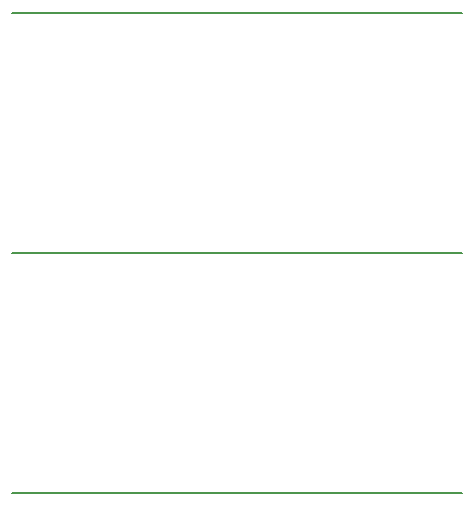
<source format=gbr>
%TF.GenerationSoftware,KiCad,Pcbnew,(5.1.6)-1*%
%TF.CreationDate,2024-04-21T09:45:17-05:00*%
%TF.ProjectId,lcd_connector,6c63645f-636f-46e6-9e65-63746f722e6b,rev?*%
%TF.SameCoordinates,Original*%
%TF.FileFunction,Other,ECO1*%
%FSLAX46Y46*%
G04 Gerber Fmt 4.6, Leading zero omitted, Abs format (unit mm)*
G04 Created by KiCad (PCBNEW (5.1.6)-1) date 2024-04-21 09:45:17*
%MOMM*%
%LPD*%
G01*
G04 APERTURE LIST*
%ADD10C,0.150000*%
G04 APERTURE END LIST*
D10*
X0Y19050000D02*
X38100000Y19050000D01*
X0Y39370000D02*
X38100000Y39370000D01*
X0Y59690000D02*
X38100000Y59690000D01*
M02*

</source>
